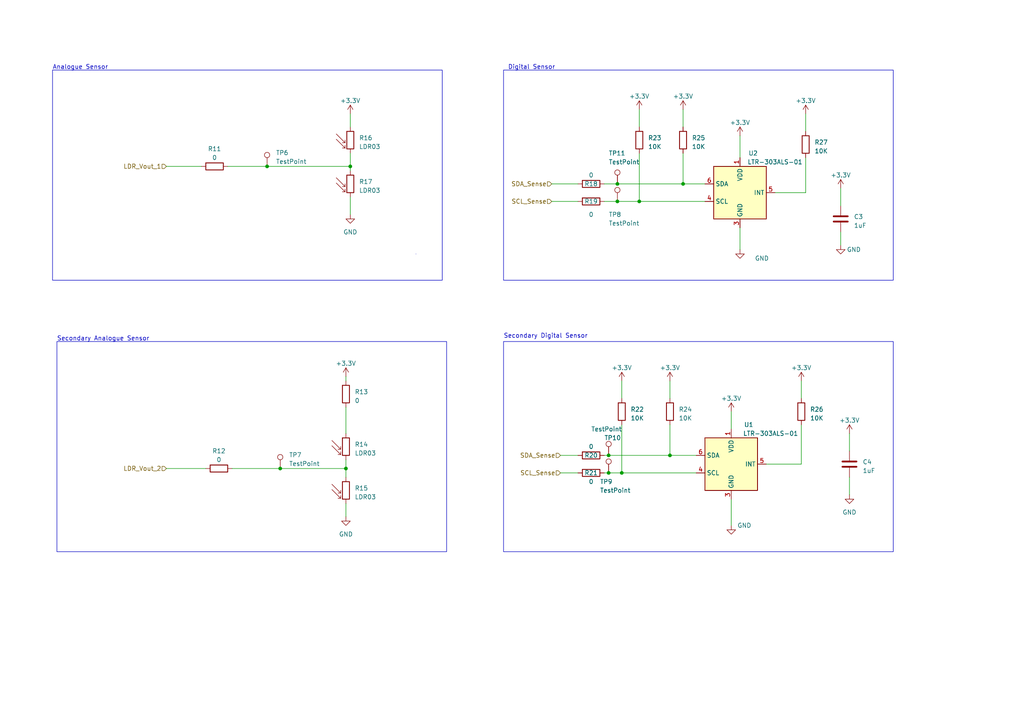
<source format=kicad_sch>
(kicad_sch (version 20230121) (generator eeschema)
  (paper "A4")
  (title_block (title "LSU HAT") (date "2023-03-11") (rev "Rev 1") (company "UCT") (comment 1 "Author: Charles Portman") (comment 2 "EEE3088F Design Project"))
  (lib_symbols
    (symbol "Connector:TestPoint" (pin_numbers hide) (pin_names (offset 0.762) hide)
      (property "Reference" "TP" (at 0 6.858 0))
      (property "Value" "TestPoint" (at 0 5.08 0))
      (symbol "TestPoint_0_1"
        (circle (center 0 3.302) (radius 0.762))
      )
      (symbol "TestPoint_1_1"
        (pin passive line (at 0 0 90) (length 2.54) (name "1") (number "1"))
      )
    )
    (symbol "Device:C" (pin_numbers hide) (pin_names (offset 0.254))
      (property "Reference" "C" (at 0.635 2.54 0))
      (property "Value" "C" (at 0.635 -2.54 0))
      (symbol "C_0_1"
        (polyline (pts (xy -2.032 -0.762) (xy 2.032 -0.762)) (stroke (width 0.508)))
        (polyline (pts (xy -2.032 0.762) (xy 2.032 0.762)) (stroke (width 0.508)))
      )
      (symbol "C_1_1"
        (pin passive line (at 0 3.81 270) (length 2.794) (name "~") (number "1"))
        (pin passive line (at 0 -3.81 90) (length 2.794) (name "~") (number "2"))
      )
    )
    (symbol "Device:R" (pin_numbers hide) (pin_names (offset 0))
      (property "Reference" "R" (at 2.032 0 90))
      (property "Value" "R" (at 0 0 90))
      (symbol "R_0_1"
        (rectangle (start -1.016 -2.54) (end 1.016 2.54) (stroke (width 0.254)))
      )
      (symbol "R_1_1"
        (pin passive line (at 0 3.81 270) (length 1.27) (name "~") (number "1"))
        (pin passive line (at 0 -3.81 90) (length 1.27) (name "~") (number "2"))
      )
    )
    (symbol "Sensor_Optical:LDR03" (pin_numbers hide) (pin_names (offset 0))
      (property "Reference" "R" (at -5.08 0 90))
      (property "Value" "LDR03" (at 1.905 0 90))
      (symbol "LDR03_0_1"
        (rectangle (start -1.016 2.54) (end 1.016 -2.54) (stroke (width 0.254)))
        (polyline (pts (xy -1.524 -2.286) (xy -4.064 0.254)))
        (polyline (pts (xy -1.524 -2.286) (xy -2.286 -2.286)))
        (polyline (pts (xy -1.524 -2.286) (xy -1.524 -1.524)))
        (polyline (pts (xy -1.524 -0.762) (xy -4.064 1.778)))
        (polyline (pts (xy -1.524 -0.762) (xy -2.286 -0.762)))
        (polyline (pts (xy -1.524 -0.762) (xy -1.524 0)))
      )
      (symbol "LDR03_1_1"
        (pin passive line (at 0 3.81 270) (length 1.27) (name "~") (number "1"))
        (pin passive line (at 0 -3.81 90) (length 1.27) (name "~") (number "2"))
      )
    )
    (symbol "Sensor_Optical:LTR-303ALS-01"
      (property "Reference" "U" (at -7.62 8.89 0))
      (property "Value" "LTR-303ALS-01" (at 1.27 8.89 0))
      (symbol "LTR-303ALS-01_0_1"
        (rectangle (start -7.62 7.62) (end 7.62 -7.62) (stroke (width 0.254)) (fill (type background)))
      )
      (symbol "LTR-303ALS-01_1_1"
        (pin power_in line (at 0 10.16 270) (length 2.54) (name "VDD") (number "1"))
        (pin no_connect line (at 2.54 0 180) (length 2.54) hide (name "NC") (number "2"))
        (pin power_in line (at 0 -10.16 90) (length 2.54) (name "GND") (number "3"))
        (pin input line (at -10.16 -2.54 0) (length 2.54) (name "SCL") (number "4"))
        (pin open_collector line (at 10.16 0 180) (length 2.54) (name "INT") (number "5"))
        (pin bidirectional line (at -10.16 2.54 0) (length 2.54) (name "SDA") (number "6"))
      )
    )
    (symbol "power:+3.3V" (power) (pin_names (offset 0))
      (property "Value" "+3.3V" (at 0 3.556 0))
      (symbol "+3.3V_0_1"
        (polyline (pts (xy -0.762 1.27) (xy 0 2.54)))
        (polyline (pts (xy 0 0) (xy 0 2.54)))
        (polyline (pts (xy 0 2.54) (xy 0.762 1.27)))
      )
      (symbol "+3.3V_1_1"
        (pin power_in line (at 0 0 90) (length 0) hide (name "+3.3V") (number "1"))
      )
    )
    (symbol "power:GND" (power) (pin_names (offset 0))
      (property "Value" "GND" (at 0 -3.81 0))
      (symbol "GND_0_1"
        (polyline (pts (xy 0 0) (xy 0 -1.27) (xy 1.27 -1.27) (xy 0 -2.54) (xy -1.27 -1.27) (xy 0 -1.27)))
      )
      (symbol "GND_1_1"
        (pin power_in line (at 0 0 270) (length 0) hide (name "GND") (number "1"))
      )
    )
  )
  (junction (at 198.12 53.34))
  (junction (at 179.07 53.34))
  (junction (at 179.07 58.42))
  (junction (at 185.42 58.42))
  (junction (at 180.34 137.16))
  (junction (at 176.53 132.08))
  (junction (at 81.28 135.89))
  (junction (at 101.6 48.26))
  (junction (at 176.53 137.16))
  (junction (at 100.33 135.89))
  (junction (at 194.31 132.08))
  (junction (at 77.47 48.26))
  (wire (pts (xy 214.63 66.04) (xy 214.63 72.39)))
  (wire (pts (xy 232.41 123.19) (xy 232.41 134.62)))
  (wire (pts (xy 212.09 144.78) (xy 212.09 152.4)))
  (wire (pts (xy 100.33 135.89) (xy 100.33 138.43)))
  (wire (pts (xy 201.93 137.16) (xy 180.34 137.16)))
  (wire (pts (xy 194.31 132.08) (xy 194.31 123.19)))
  (wire (pts (xy 232.41 134.62) (xy 222.25 134.62)))
  (wire (pts (xy 162.56 137.16) (xy 167.64 137.16)))
  (wire (pts (xy 77.47 48.26) (xy 101.6 48.26)))
  (wire (pts (xy 185.42 44.45) (xy 185.42 58.42)))
  (wire (pts (xy 194.31 110.49) (xy 194.31 115.57)))
  (wire (pts (xy 233.68 33.02) (xy 233.68 38.1)))
  (wire (pts (xy 243.84 67.31) (xy 243.84 71.12)))
  (wire (pts (xy 185.42 31.75) (xy 185.42 36.83)))
  (wire (pts (xy 101.6 57.15) (xy 101.6 62.23)))
  (wire (pts (xy 48.26 135.89) (xy 59.69 135.89)))
  (wire (pts (xy 48.26 48.26) (xy 58.42 48.26)))
  (wire (pts (xy 101.6 33.02) (xy 101.6 36.83)))
  (wire (pts (xy 176.53 137.16) (xy 180.34 137.16)))
  (wire (pts (xy 100.33 109.22) (xy 100.33 110.49)))
  (wire (pts (xy 233.68 55.88) (xy 224.79 55.88)))
  (wire (pts (xy 246.38 138.43) (xy 246.38 143.51)))
  (wire (pts (xy 160.02 58.42) (xy 167.64 58.42)))
  (wire (pts (xy 100.33 118.11) (xy 100.33 125.73)))
  (wire (pts (xy 175.26 58.42) (xy 179.07 58.42)))
  (wire (pts (xy 66.04 48.26) (xy 77.47 48.26)))
  (wire (pts (xy 232.41 110.49) (xy 232.41 115.57)))
  (wire (pts (xy 100.33 146.05) (xy 100.33 149.86)))
  (wire (pts (xy 162.56 132.08) (xy 167.64 132.08)))
  (wire (pts (xy 201.93 132.08) (xy 194.31 132.08)))
  (wire (pts (xy 243.84 54.61) (xy 243.84 59.69)))
  (wire (pts (xy 179.07 53.34) (xy 198.12 53.34)))
  (wire (pts (xy 160.02 53.34) (xy 167.64 53.34)))
  (wire (pts (xy 214.63 39.37) (xy 214.63 45.72)))
  (wire (pts (xy 180.34 137.16) (xy 180.34 123.19)))
  (wire (pts (xy 179.07 58.42) (xy 185.42 58.42)))
  (wire (pts (xy 185.42 58.42) (xy 204.47 58.42)))
  (wire (pts (xy 67.31 135.89) (xy 81.28 135.89)))
  (wire (pts (xy 246.38 125.73) (xy 246.38 130.81)))
  (wire (pts (xy 233.68 45.72) (xy 233.68 55.88)))
  (wire (pts (xy 175.26 132.08) (xy 176.53 132.08)))
  (wire (pts (xy 81.28 135.89) (xy 100.33 135.89)))
  (wire (pts (xy 175.26 53.34) (xy 179.07 53.34)))
  (wire (pts (xy 180.34 110.49) (xy 180.34 115.57)))
  (wire (pts (xy 101.6 44.45) (xy 101.6 48.26)))
  (wire (pts (xy 175.26 137.16) (xy 176.53 137.16)))
  (wire (pts (xy 198.12 53.34) (xy 204.47 53.34)))
  (wire (pts (xy 212.09 119.38) (xy 212.09 124.46)))
  (wire (pts (xy 198.12 44.45) (xy 198.12 53.34)))
  (wire (pts (xy 101.6 48.26) (xy 101.6 49.53)))
  (wire (pts (xy 176.53 132.08) (xy 194.31 132.08)))
  (wire (pts (xy 198.12 31.75) (xy 198.12 36.83)))
  (wire (pts (xy 100.33 135.89) (xy 100.33 133.35)))
  (rectangle (start 16.51 99.06) (end 129.54 160.02))
  (rectangle (start 146.05 99.06) (end 259.08 160.02))
  (rectangle (start 15.24 20.32) (end 128.27 81.28))
  (rectangle (start 120.65 73.66) (end 120.65 73.66))
  (rectangle (start 146.05 20.32) (end 259.08 81.28))
  (text "Digital Sensor" (at 147.32 20.32 0) (effects (font (size 1.27 1.27)) (justify left bottom)))
  (text "Analogue Sensor" (at 15.24 20.32 0) (effects (font (size 1.27 1.27)) (justify left bottom)))
  (text "Secondary Digital Sensor\n\n" (at 146.05 100.33 0) (effects (font (size 1.27 1.27)) (justify left bottom)))
  (text "Secondary Analogue Sensor\n" (at 16.51 99.06 0) (effects (font (size 1.27 1.27)) (justify left bottom)))
  (hierarchical_label "SDA_Sense" (shape input) (at 162.56 132.08 180))
  (hierarchical_label "LDR_Vout_2" (shape input) (at 48.26 135.89 180))
  (hierarchical_label "SCL_Sense" (shape input) (at 162.56 137.16 180))
  (hierarchical_label "SDA_Sense" (shape input) (at 160.02 53.34 180))
  (hierarchical_label "LDR_Vout_1" (shape input) (at 48.26 48.26 180))
  (hierarchical_label "SCL_Sense" (shape input) (at 160.02 58.42 180))
  (symbol (lib_id "Sensor_Optical:LDR03") (at 100.33 142.24 0) (unit 1)
    (property "Reference" "R15" (at 102.87 141.605 0) (effects (justify left)))
    (property "Value" "LDR03" (at 102.87 144.145 0) (effects (justify left)))
    (property "Footprint" "OptoDevice:R_LDR_10x8.5mm_P7.6mm_Vertical" (effects hide))
    (property "Datasheet" "http://www.elektronica-https://datasheet.lcsc.com/lcsc/1810170710_JCHL-Shenzhen-Jing-Chuang-He-Li-Tech-GL3516-5-10K-_C11287.pdf" (effects hide))
    (property "Price" "0.13" (effects hide))
    (property "Extended" "1" (effects hide))
    (property "Description" "LDR" (effects hide))
    (property "Manufacturer_Part_Number" "GL3516" (effects hide))
    (property "JLC Part Number" "C11287" (effects hide))
  )
  (symbol (lib_id "power:+3.3V") (at 232.41 110.49 0) (unit 1)
    (property "Reference" "#PWR026" (effects hide))
    (property "Value" "+3.3V" (at 232.41 106.68 0))
  )
  (symbol (lib_id "Sensor_Optical:LDR03") (at 101.6 53.34 0) (unit 1)
    (property "Reference" "R17" (at 104.14 52.705 0) (effects (justify left)))
    (property "Value" "LDR03" (at 104.14 55.245 0) (effects (justify left)))
    (property "Footprint" "OptoDevice:R_LDR_10x8.5mm_P7.6mm_Vertical" (effects hide))
    (property "Datasheet" "http://www.elektronica-https://datasheet.lcsc.com/lcsc/1810170710_JCHL-Shenzhen-Jing-Chuang-He-Li-Tech-GL3516-5-10K-_C11287.pdf" (effects hide))
    (property "Price" "0.13" (effects hide))
    (property "Extended" "1" (effects hide))
    (property "Description" "LDR" (effects hide))
    (property "Manufacturer_Part_Number" "GL3516" (effects hide))
    (property "JLC Part Number" "C11287" (effects hide))
  )
  (symbol (lib_id "power:+3.3V") (at 198.12 31.75 0) (unit 1)
    (property "Reference" "#PWR021" (effects hide))
    (property "Value" "+3.3V" (at 198.12 27.94 0))
  )
  (symbol (lib_id "power:+3.3V") (at 214.63 39.37 0) (unit 1)
    (property "Reference" "#PWR024" (effects hide))
    (property "Value" "+3.3V" (at 214.63 35.56 0))
  )
  (symbol (lib_id "Device:R") (at 100.33 114.3 180) (unit 1)
    (property "Reference" "R13" (at 102.87 113.665 0) (effects (justify right)))
    (property "Value" "0" (at 102.87 116.205 0) (effects (justify right)))
    (property "Footprint" "Resistor_SMD:R_0402_1005Metric" (effects hide))
    (property "Datasheet" "https://datasheet.lcsc.com/lcsc/2206010216_UNI-ROYAL-Uniroyal-Elec-0402WGF0000TCE_C17168.pdf" (effects hide))
    (property "Price" "0.0035" (effects hide))
    (property "Extended" "0" (effects hide))
    (property "Description" "0 Resistor - 0402" (effects hide))
    (property "Manufacturer_Part_Number" "0402WGF0000TCE" (effects hide))
    (property "JLC Part Number" "C17168" (effects hide))
    (property "Manufacturer_Name" "ROYALOHM" (effects hide))
  )
  (symbol (lib_id "Device:R") (at 171.45 132.08 270) (unit 1)
    (property "Reference" "R20" (at 171.45 132.08 90))
    (property "Value" "0" (at 171.45 129.54 90))
    (property "Footprint" "Resistor_SMD:R_0402_1005Metric" (effects hide))
    (property "Datasheet" "https://datasheet.lcsc.com/lcsc/2206010216_UNI-ROYAL-Uniroyal-Elec-0402WGF0000TCE_C17168.pdf" (effects hide))
    (property "Price" "0.0035" (effects hide))
    (property "Extended" "0" (effects hide))
    (property "Description" "0 Resistor - 0402" (effects hide))
    (property "Manufacturer_Part_Number" "0402WGF0000TCE" (effects hide))
    (property "JLC Part Number" "C17168" (effects hide))
    (property "Manufacturer_Name" "ROYALOHM" (effects hide))
  )
  (symbol (lib_id "power:GND") (at 100.33 149.86 0) (unit 1)
    (property "Reference" "#PWR015" (effects hide))
    (property "Value" "GND" (at 100.33 154.94 0))
  )
  (symbol (lib_id "Device:R") (at 171.45 137.16 90) (unit 1)
    (property "Reference" "R21" (at 171.45 137.16 90))
    (property "Value" "0" (at 171.45 139.7 90))
    (property "Footprint" "Resistor_SMD:R_0402_1005Metric" (effects hide))
    (property "Datasheet" "https://datasheet.lcsc.com/lcsc/2206010216_UNI-ROYAL-Uniroyal-Elec-0402WGF0000TCE_C17168.pdf" (effects hide))
    (property "Price" "0.0035" (effects hide))
    (property "Extended" "0" (effects hide))
    (property "Description" "0 Resistor - 0402" (effects hide))
    (property "Manufacturer_Part_Number" "0402WGF0000TCE" (effects hide))
    (property "JLC Part Number" "C17168" (effects hide))
    (property "Manufacturer_Name" "ROYALOHM" (effects hide))
  )
  (symbol (lib_id "power:GND") (at 101.6 62.23 0) (unit 1)
    (property "Reference" "#PWR017" (effects hide))
    (property "Value" "GND" (at 101.6 67.31 0))
  )
  (symbol (lib_id "Sensor_Optical:LDR03") (at 100.33 129.54 0) (unit 1)
    (property "Reference" "R14" (at 102.87 128.905 0) (effects (justify left)))
    (property "Value" "LDR03" (at 102.87 131.445 0) (effects (justify left)))
    (property "Footprint" "OptoDevice:R_LDR_10x8.5mm_P7.6mm_Vertical" (effects hide))
    (property "Datasheet" "http://www.elektronica-https://datasheet.lcsc.com/lcsc/1810170710_JCHL-Shenzhen-Jing-Chuang-He-Li-Tech-GL3516-5-10K-_C11287.pdf" (effects hide))
    (property "Price" "0.13" (effects hide))
    (property "Extended" "1" (effects hide))
    (property "Description" "LDR" (effects hide))
    (property "Manufacturer_Part_Number" "GL3516" (effects hide))
    (property "JLC Part Number" "C11287" (effects hide))
  )
  (symbol (lib_id "Connector:TestPoint") (at 179.07 53.34 0) (unit 1)
    (property "Reference" "TP11" (at 176.53 44.45 0) (effects (justify left)))
    (property "Value" "TestPoint" (at 176.53 46.99 0) (effects (justify left)))
    (property "Footprint" "TestPoint:TestPoint_Pad_2.0x2.0mm" (effects hide))
    (property "Price" "0" (effects hide))
    (property "Extended" "0" (effects hide))
    (property "Manufacturer_Part_Number" "0" (effects hide))
    (property "Description" "Test Point (DNP)" (effects hide))
  )
  (symbol (lib_id "Device:R") (at 185.42 40.64 0) (unit 1)
    (property "Reference" "R23" (at 187.96 40.005 0) (effects (justify left)))
    (property "Value" "10K" (at 187.96 42.545 0) (effects (justify left)))
    (property "Footprint" "Resistor_SMD:R_0805_2012Metric" (effects hide))
    (property "Datasheet" "https://datasheet.lcsc.com/lcsc/2206010216_UNI-ROYAL-Uniroyal-Elec-0805W8F1002T5E_C17414.pdf" (effects hide))
    (property "Price" "0.001" (effects hide))
    (property "Extended" "0" (effects hide))
    (property "Description" "10K Resistor 0805" (effects hide))
    (property "Manufacturer_Part_Number" "0805W8F1002T5E" (effects hide))
    (property "JLC Part Number" "C17414" (effects hide))
  )
  (symbol (lib_id "power:GND") (at 246.38 143.51 0) (unit 1)
    (property "Reference" "#PWR031" (effects hide))
    (property "Value" "GND" (at 246.38 148.59 0))
  )
  (symbol (lib_id "Device:R") (at 194.31 119.38 0) (unit 1)
    (property "Reference" "R24" (at 196.85 118.745 0) (effects (justify left)))
    (property "Value" "10K" (at 196.85 121.285 0) (effects (justify left)))
    (property "Footprint" "Resistor_SMD:R_0805_2012Metric" (effects hide))
    (property "Datasheet" "https://datasheet.lcsc.com/lcsc/2206010216_UNI-ROYAL-Uniroyal-Elec-0805W8F1002T5E_C17414.pdf" (effects hide))
    (property "Price" "0.001" (effects hide))
    (property "Extended" "0" (effects hide))
    (property "Description" "10K Resistor 0805" (effects hide))
    (property "Manufacturer_Part_Number" "0805W8F1002T5E" (effects hide))
    (property "JLC Part Number" "C17414" (effects hide))
  )
  (symbol (lib_id "power:GND") (at 214.63 72.39 0) (unit 1)
    (property "Reference" "#PWR025" (effects hide))
    (property "Value" "GND" (at 220.98 74.93 0))
  )
  (symbol (lib_id "power:+3.3V") (at 246.38 125.73 0) (unit 1)
    (property "Reference" "#PWR030" (effects hide))
    (property "Value" "+3.3V" (at 246.38 121.92 0))
  )
  (symbol (lib_id "Sensor_Optical:LTR-303ALS-01") (at 214.63 55.88 0) (unit 1)
    (property "Reference" "U2" (at 218.44 44.45 0))
    (property "Value" "LTR-303ALS-01" (at 224.79 46.99 0))
    (property "Footprint" "OptoDevice:Lite-On_LTR-303ALS-01" (effects hide))
    (property "Datasheet" "https://datasheet.lcsc.com/lcsc/1912111437_Lite-On-LTR-303ALS-01_C364577.pdf" (effects hide))
    (property "Price" "0.3887" (effects hide))
    (property "Extended" "1" (effects hide))
    (property "Description" "ALS" (effects hide))
    (property "Manufacturer_Part_Number" "LTR-303ALS-01" (effects hide))
    (property "JLC Part Number" "C364577" (effects hide))
  )
  (symbol (lib_id "power:GND") (at 243.84 71.12 0) (unit 1)
    (property "Reference" "#PWR029" (effects hide))
    (property "Value" "GND" (at 247.65 72.39 0))
  )
  (symbol (lib_id "Sensor_Optical:LDR03") (at 101.6 40.64 0) (unit 1)
    (property "Reference" "R16" (at 104.14 40.005 0) (effects (justify left)))
    (property "Value" "LDR03" (at 104.14 42.545 0) (effects (justify left)))
    (property "Footprint" "OptoDevice:R_LDR_10x8.5mm_P7.6mm_Vertical" (effects hide))
    (property "Datasheet" "http://www.elektronica-https://datasheet.lcsc.com/lcsc/1810170710_JCHL-Shenzhen-Jing-Chuang-He-Li-Tech-GL3516-5-10K-_C11287.pdf" (effects hide))
    (property "Price" "0.13" (effects hide))
    (property "Extended" "1" (effects hide))
    (property "Description" "LDR" (effects hide))
    (property "Manufacturer_Part_Number" "GL3516" (effects hide))
    (property "JLC Part Number" "C11287" (effects hide))
  )
  (symbol (lib_id "Device:R") (at 198.12 40.64 0) (unit 1)
    (property "Reference" "R25" (at 200.66 40.005 0) (effects (justify left)))
    (property "Value" "10K" (at 200.66 42.545 0) (effects (justify left)))
    (property "Footprint" "Resistor_SMD:R_0805_2012Metric" (effects hide))
    (property "Datasheet" "https://datasheet.lcsc.com/lcsc/2206010216_UNI-ROYAL-Uniroyal-Elec-0805W8F1002T5E_C17414.pdf" (effects hide))
    (property "Price" "0.001" (effects hide))
    (property "Extended" "0" (effects hide))
    (property "Description" "10K Resistor 0805" (effects hide))
    (property "Manufacturer_Part_Number" "0805W8F1002T5E" (effects hide))
    (property "JLC Part Number" "C17414" (effects hide))
  )
  (symbol (lib_id "power:+3.3V") (at 100.33 109.22 0) (unit 1)
    (property "Reference" "#PWR014" (effects hide))
    (property "Value" "+3.3V" (at 100.33 105.41 0))
  )
  (symbol (lib_id "Connector:TestPoint") (at 176.53 137.16 0) (unit 1)
    (property "Reference" "TP9" (at 173.99 139.7 0) (effects (justify left)))
    (property "Value" "TestPoint" (at 173.99 142.24 0) (effects (justify left)))
    (property "Footprint" "TestPoint:TestPoint_Pad_2.0x2.0mm" (effects hide))
    (property "Price" "0" (effects hide))
    (property "Extended" "0" (effects hide))
    (property "Manufacturer_Part_Number" "0" (effects hide))
    (property "Description" "Test Point (DNP)" (effects hide))
  )
  (symbol (lib_id "Device:R") (at 63.5 135.89 90) (unit 1)
    (property "Reference" "R12" (at 63.5 130.81 90))
    (property "Value" "0" (at 63.5 133.35 90))
    (property "Footprint" "Resistor_SMD:R_0402_1005Metric" (effects hide))
    (property "Datasheet" "https://datasheet.lcsc.com/lcsc/2206010216_UNI-ROYAL-Uniroyal-Elec-0402WGF0000TCE_C17168.pdf" (effects hide))
    (property "Price" "0.0035" (effects hide))
    (property "Extended" "0" (effects hide))
    (property "Description" "0 Resistor - 0402" (effects hide))
    (property "Manufacturer_Part_Number" "0402WGF0000TCE" (effects hide))
    (property "JLC Part Number" "C17168" (effects hide))
    (property "Manufacturer_Name" "ROYALOHM" (effects hide))
  )
  (symbol (lib_id "Connector:TestPoint") (at 179.07 58.42 0) (unit 1)
    (property "Reference" "TP8" (at 176.53 62.23 0) (effects (justify left)))
    (property "Value" "TestPoint" (at 176.53 64.77 0) (effects (justify left)))
    (property "Footprint" "TestPoint:TestPoint_Pad_2.0x2.0mm" (effects hide))
    (property "Price" "0" (effects hide))
    (property "Extended" "0" (effects hide))
    (property "Manufacturer_Part_Number" "0" (effects hide))
    (property "Description" "Test Point (DNP)" (effects hide))
  )
  (symbol (lib_id "power:+3.3V") (at 101.6 33.02 0) (unit 1)
    (property "Reference" "#PWR016" (effects hide))
    (property "Value" "+3.3V" (at 101.6 29.21 0))
  )
  (symbol (lib_id "Device:C") (at 243.84 63.5 0) (unit 1)
    (property "Reference" "C3" (at 247.65 62.865 0) (effects (justify left)))
    (property "Value" "1uF" (at 247.65 65.405 0) (effects (justify left)))
    (property "Footprint" "Capacitor_SMD:C_0805_2012Metric" (effects hide))
    (property "Datasheet" "https://datasheet.lcsc.com/lcsc/1810191216_Samsung-Electro-Mechanics-CL21B105KBFNNNE_C28323.pdf" (effects hide))
    (property "Price" "0.0087" (effects hide))
    (property "Extended" "0" (effects hide))
    (property "Description" "1uF Cap 0805" (effects hide))
    (property "Manufacturer_Part_Number" "-" (effects hide))
  )
  (symbol (lib_id "Connector:TestPoint") (at 81.28 135.89 0) (unit 1)
    (property "Reference" "TP7" (at 83.82 131.953 0) (effects (justify left)))
    (property "Value" "TestPoint" (at 83.82 134.493 0) (effects (justify left)))
    (property "Footprint" "TestPoint:TestPoint_Pad_2.0x2.0mm" (effects hide))
    (property "Price" "0" (effects hide))
    (property "Extended" "0" (effects hide))
    (property "Manufacturer_Part_Number" "0" (effects hide))
    (property "Description" "Test Point (DNP)" (effects hide))
  )
  (symbol (lib_id "power:+3.3V") (at 180.34 110.49 0) (unit 1)
    (property "Reference" "#PWR018" (effects hide))
    (property "Value" "+3.3V" (at 180.34 106.68 0))
  )
  (symbol (lib_id "power:+3.3V") (at 185.42 31.75 0) (unit 1)
    (property "Reference" "#PWR019" (effects hide))
    (property "Value" "+3.3V" (at 185.42 27.94 0))
  )
  (symbol (lib_id "Device:R") (at 171.45 58.42 90) (unit 1)
    (property "Reference" "R19" (at 171.45 58.42 90))
    (property "Value" "0" (at 171.45 62.23 90))
    (property "Footprint" "Resistor_SMD:R_0402_1005Metric" (effects hide))
    (property "Datasheet" "https://datasheet.lcsc.com/lcsc/2206010216_UNI-ROYAL-Uniroyal-Elec-0402WGF0000TCE_C17168.pdf" (effects hide))
    (property "Price" "0.0035" (effects hide))
    (property "Extended" "0" (effects hide))
    (property "Description" "0 Resistor - 0402" (effects hide))
    (property "Manufacturer_Part_Number" "0402WGF0000TCE" (effects hide))
    (property "JLC Part Number" "C17168" (effects hide))
    (property "Manufacturer_Name" "ROYALOHM" (effects hide))
  )
  (symbol (lib_id "Device:R") (at 233.68 41.91 0) (unit 1)
    (property "Reference" "R27" (at 236.22 41.275 0) (effects (justify left)))
    (property "Value" "10K" (at 236.22 43.815 0) (effects (justify left)))
    (property "Footprint" "Resistor_SMD:R_0805_2012Metric" (effects hide))
    (property "Datasheet" "https://datasheet.lcsc.com/lcsc/2206010216_UNI-ROYAL-Uniroyal-Elec-0805W8F1002T5E_C17414.pdf" (effects hide))
    (property "Price" "0.001" (effects hide))
    (property "Extended" "0" (effects hide))
    (property "Description" "10K Resistor 0805" (effects hide))
    (property "Manufacturer_Part_Number" "0805W8F1002T5E" (effects hide))
    (property "JLC Part Number" "C17414" (effects hide))
  )
  (symbol (lib_id "power:+3.3V") (at 212.09 119.38 0) (unit 1)
    (property "Reference" "#PWR022" (effects hide))
    (property "Value" "+3.3V" (at 212.09 115.57 0))
  )
  (symbol (lib_id "Sensor_Optical:LTR-303ALS-01") (at 212.09 134.62 0) (unit 1)
    (property "Reference" "U1" (at 217.17 123.19 0))
    (property "Value" "LTR-303ALS-01" (at 223.52 125.73 0))
    (property "Footprint" "OptoDevice:Lite-On_LTR-303ALS-01" (effects hide))
    (property "Datasheet" "https://datasheet.lcsc.com/lcsc/1912111437_Lite-On-LTR-303ALS-01_C364577.pdf" (effects hide))
    (property "Price" "0.3887" (effects hide))
    (property "Extended" "1" (effects hide))
    (property "Description" "ALS" (effects hide))
    (property "Manufacturer_Part_Number" "LTR-303ALS-01" (effects hide))
    (property "JLC Part Number" "C364577" (effects hide))
  )
  (symbol (lib_id "power:+3.3V") (at 233.68 33.02 0) (unit 1)
    (property "Reference" "#PWR027" (effects hide))
    (property "Value" "+3.3V" (at 233.68 29.21 0))
  )
  (symbol (lib_id "Device:R") (at 171.45 53.34 90) (unit 1)
    (property "Reference" "R18" (at 171.45 53.34 90))
    (property "Value" "0" (at 171.45 50.8 90))
    (property "Footprint" "Resistor_SMD:R_0402_1005Metric" (effects hide))
    (property "Datasheet" "https://datasheet.lcsc.com/lcsc/2206010216_UNI-ROYAL-Uniroyal-Elec-0402WGF0000TCE_C17168.pdf" (effects hide))
    (property "Price" "0.0035" (effects hide))
    (property "Extended" "0" (effects hide))
    (property "Description" "0 Resistor - 0402" (effects hide))
    (property "Manufacturer_Part_Number" "0402WGF0000TCE" (effects hide))
    (property "JLC Part Number" "C17168" (effects hide))
    (property "Manufacturer_Name" "ROYALOHM" (effects hide))
  )
  (symbol (lib_id "Connector:TestPoint") (at 77.47 48.26 0) (unit 1)
    (property "Reference" "TP6" (at 80.01 44.323 0) (effects (justify left)))
    (property "Value" "TestPoint" (at 80.01 46.863 0) (effects (justify left)))
    (property "Footprint" "TestPoint:TestPoint_Pad_2.0x2.0mm" (effects hide))
    (property "Price" "0" (effects hide))
    (property "Extended" "0" (effects hide))
    (property "Manufacturer_Part_Number" "0" (effects hide))
    (property "Description" "Test Point (DNP)" (effects hide))
  )
  (symbol (lib_id "Device:R") (at 62.23 48.26 270) (unit 1)
    (property "Reference" "R11" (at 62.23 43.18 90))
    (property "Value" "0" (at 62.23 45.72 90))
    (property "Footprint" "Resistor_SMD:R_0402_1005Metric" (effects hide))
    (property "Datasheet" "https://datasheet.lcsc.com/lcsc/2206010216_UNI-ROYAL-Uniroyal-Elec-0402WGF0000TCE_C17168.pdf" (effects hide))
    (property "Price" "0.0035" (effects hide))
    (property "Extended" "0" (effects hide))
    (property "Description" "0 Resistor - 0402" (effects hide))
    (property "Manufacturer_Part_Number" "0402WGF0000TCE" (effects hide))
    (property "JLC Part Number" "C17168" (effects hide))
    (property "Manufacturer_Name" "ROYALOHM" (effects hide))
  )
  (symbol (lib_id "Device:C") (at 246.38 134.62 0) (unit 1)
    (property "Reference" "C4" (at 250.19 133.985 0) (effects (justify left)))
    (property "Value" "1uF" (at 250.19 136.525 0) (effects (justify left)))
    (property "Footprint" "Capacitor_SMD:C_0805_2012Metric" (effects hide))
    (property "Datasheet" "https://datasheet.lcsc.com/lcsc/1810191216_Samsung-Electro-Mechanics-CL21B105KBFNNNE_C28323.pdf" (effects hide))
    (property "Price" "0.0087" (effects hide))
    (property "Extended" "0" (effects hide))
    (property "Description" "1uF Cap 0805" (effects hide))
    (property "Manufacturer_Part_Number" "-" (effects hide))
  )
  (symbol (lib_id "Device:R") (at 180.34 119.38 0) (unit 1)
    (property "Reference" "R22" (at 182.88 118.745 0) (effects (justify left)))
    (property "Value" "10K" (at 182.88 121.285 0) (effects (justify left)))
    (property "Footprint" "Resistor_SMD:R_0805_2012Metric" (effects hide))
    (property "Datasheet" "https://datasheet.lcsc.com/lcsc/2206010216_UNI-ROYAL-Uniroyal-Elec-0805W8F1002T5E_C17414.pdf" (effects hide))
    (property "Price" "0.001" (effects hide))
    (property "Extended" "0" (effects hide))
    (property "Description" "10K Resistor 0805" (effects hide))
    (property "Manufacturer_Part_Number" "0805W8F1002T5E" (effects hide))
    (property "JLC Part Number" "C17414" (effects hide))
  )
  (symbol (lib_id "power:+3.3V") (at 243.84 54.61 0) (unit 1)
    (property "Reference" "#PWR028" (effects hide))
    (property "Value" "+3.3V" (at 243.84 50.8 0))
  )
  (symbol (lib_id "Connector:TestPoint") (at 176.53 132.08 0) (unit 1)
    (property "Reference" "TP10" (at 175.26 127 0) (effects (justify left)))
    (property "Value" "TestPoint" (at 171.45 124.46 0) (effects (justify left)))
    (property "Footprint" "TestPoint:TestPoint_Pad_2.0x2.0mm" (effects hide))
    (property "Price" "0" (effects hide))
    (property "Extended" "0" (effects hide))
    (property "Manufacturer_Part_Number" "0" (effects hide))
    (property "Description" "Test Point (DNP)" (effects hide))
  )
  (symbol (lib_id "power:+3.3V") (at 194.31 110.49 0) (unit 1)
    (property "Reference" "#PWR020" (effects hide))
    (property "Value" "+3.3V" (at 194.31 106.68 0))
  )
  (symbol (lib_id "Device:R") (at 232.41 119.38 0) (unit 1)
    (property "Reference" "R26" (at 234.95 118.745 0) (effects (justify left)))
    (property "Value" "10K" (at 234.95 121.285 0) (effects (justify left)))
    (property "Footprint" "Resistor_SMD:R_0805_2012Metric" (effects hide))
    (property "Datasheet" "https://datasheet.lcsc.com/lcsc/2206010216_UNI-ROYAL-Uniroyal-Elec-0805W8F1002T5E_C17414.pdf" (effects hide))
    (property "Price" "0.001" (effects hide))
    (property "Extended" "0" (effects hide))
    (property "Description" "10K Resistor 0805" (effects hide))
    (property "Manufacturer_Part_Number" "0805W8F1002T5E" (effects hide))
    (property "JLC Part Number" "C17414" (effects hide))
  )
  (symbol (lib_id "power:GND") (at 212.09 152.4 0) (unit 1)
    (property "Reference" "#PWR023" (effects hide))
    (property "Value" "GND" (at 215.9 152.4 0))
  )
)
</source>
